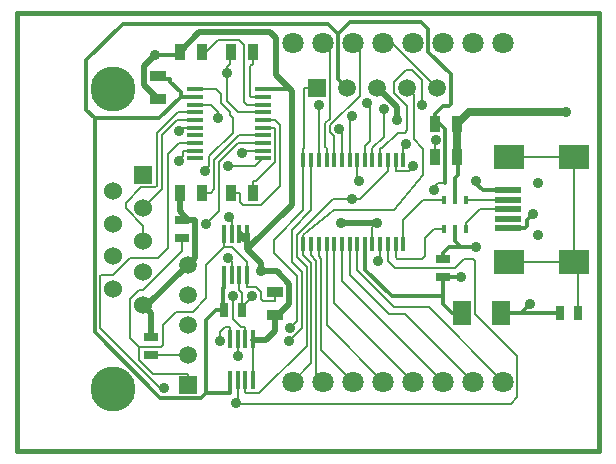
<source format=gbl>
G04 (created by PCBNEW-RS274X (2011-05-25)-stable) date Thu 14 Mar 2013 11:44:43 AM IST*
G01*
G70*
G90*
%MOIN*%
G04 Gerber Fmt 3.4, Leading zero omitted, Abs format*
%FSLAX34Y34*%
G04 APERTURE LIST*
%ADD10C,0.006000*%
%ADD11C,0.015000*%
%ADD12C,0.070900*%
%ADD13R,0.090600X0.019700*%
%ADD14R,0.098400X0.078700*%
%ADD15C,0.035400*%
%ADD16R,0.055100X0.013800*%
%ADD17R,0.017700X0.027600*%
%ADD18R,0.016000X0.050000*%
%ADD19R,0.011800X0.059100*%
%ADD20R,0.060000X0.080000*%
%ADD21R,0.035000X0.055000*%
%ADD22R,0.055000X0.035000*%
%ADD23R,0.045000X0.025000*%
%ADD24R,0.025000X0.045000*%
%ADD25R,0.059100X0.059100*%
%ADD26C,0.059100*%
%ADD27C,0.150000*%
%ADD28R,0.060000X0.060000*%
%ADD29C,0.060000*%
%ADD30C,0.035000*%
%ADD31C,0.012000*%
%ADD32C,0.008000*%
%ADD33C,0.020000*%
%ADD34C,0.011600*%
%ADD35C,0.025000*%
G04 APERTURE END LIST*
G54D10*
G54D11*
X62700Y-41300D02*
X43300Y-41300D01*
X62700Y-40900D02*
X62700Y-41300D01*
X62700Y-26700D02*
X62700Y-40900D01*
X43300Y-26700D02*
X62700Y-26700D01*
X43300Y-41300D02*
X43300Y-26700D01*
G54D12*
X52500Y-39000D03*
X53500Y-39000D03*
X54500Y-39000D03*
X55500Y-39000D03*
X56500Y-39000D03*
X57500Y-39000D03*
X58500Y-39000D03*
X59500Y-39000D03*
X59500Y-27710D03*
X58500Y-27710D03*
X57500Y-27710D03*
X56500Y-27710D03*
X55500Y-27710D03*
X54500Y-27710D03*
X53500Y-27710D03*
X52500Y-27710D03*
G54D13*
X59659Y-32620D03*
X59659Y-32935D03*
X59659Y-33250D03*
X59659Y-33565D03*
X59659Y-33880D03*
G54D14*
X59699Y-31498D03*
X59699Y-35002D03*
X61864Y-31498D03*
X61864Y-35002D03*
G54D15*
X60683Y-32384D03*
X60683Y-34116D03*
G54D16*
X51500Y-29250D03*
X51500Y-29506D03*
X51500Y-29762D03*
X51500Y-30018D03*
X51500Y-30274D03*
X51500Y-30530D03*
X51500Y-30785D03*
X51500Y-31041D03*
X51500Y-31297D03*
X51500Y-31553D03*
X49236Y-31553D03*
X49236Y-31297D03*
X49236Y-31041D03*
X49236Y-30785D03*
X49236Y-30530D03*
X49236Y-30274D03*
X49236Y-30018D03*
X49236Y-29762D03*
X49236Y-29506D03*
X49236Y-29250D03*
G54D17*
X57525Y-32960D03*
X57899Y-32960D03*
X58273Y-32960D03*
X58273Y-33905D03*
X57899Y-33905D03*
X57525Y-33905D03*
G54D18*
X52850Y-31600D03*
X53100Y-31600D03*
X53360Y-31600D03*
X53620Y-31600D03*
X53870Y-31600D03*
X54130Y-31600D03*
X54390Y-31600D03*
X54640Y-31600D03*
X54900Y-31600D03*
X55150Y-31600D03*
X55410Y-31600D03*
X55670Y-31600D03*
X55920Y-31600D03*
X56180Y-31600D03*
X56180Y-34400D03*
X55920Y-34400D03*
X55680Y-34400D03*
X55410Y-34400D03*
X55150Y-34400D03*
X54900Y-34400D03*
X54640Y-34400D03*
X54390Y-34400D03*
X54130Y-34400D03*
X53870Y-34400D03*
X53620Y-34400D03*
X53360Y-34400D03*
X53100Y-34400D03*
X52850Y-34400D03*
G54D19*
X50406Y-37591D03*
X50662Y-37591D03*
X50918Y-37591D03*
X51174Y-37591D03*
X51174Y-38930D03*
X50918Y-38930D03*
X50662Y-38930D03*
X50406Y-38930D03*
X50206Y-34091D03*
X50462Y-34091D03*
X50718Y-34091D03*
X50974Y-34091D03*
X50974Y-35430D03*
X50718Y-35430D03*
X50462Y-35430D03*
X50206Y-35430D03*
G54D20*
X59450Y-36700D03*
X58150Y-36700D03*
G54D21*
X51175Y-28000D03*
X50425Y-28000D03*
G54D22*
X51900Y-36025D03*
X51900Y-36775D03*
G54D21*
X57225Y-30400D03*
X57975Y-30400D03*
X57225Y-31500D03*
X57975Y-31500D03*
G54D22*
X48000Y-28825D03*
X48000Y-29575D03*
G54D21*
X49475Y-32700D03*
X48725Y-32700D03*
X49475Y-28000D03*
X48725Y-28000D03*
X50425Y-32700D03*
X51175Y-32700D03*
G54D23*
X57500Y-34900D03*
X57500Y-35500D03*
G54D24*
X50800Y-36600D03*
X50200Y-36600D03*
G54D23*
X48800Y-34200D03*
X48800Y-33600D03*
X47780Y-38120D03*
X47780Y-37520D03*
G54D24*
X62000Y-36700D03*
X61400Y-36700D03*
G54D25*
X53300Y-29200D03*
G54D26*
X54300Y-29200D03*
X55300Y-29200D03*
X56300Y-29200D03*
X57300Y-29200D03*
G54D25*
X49000Y-39100D03*
G54D26*
X49000Y-38100D03*
X49000Y-37100D03*
X49000Y-36100D03*
X49000Y-35100D03*
G54D27*
X46510Y-29250D03*
X46510Y-39250D03*
G54D28*
X47510Y-32100D03*
G54D29*
X47510Y-33200D03*
X47510Y-34300D03*
X47510Y-35350D03*
X47510Y-36450D03*
X46510Y-35900D03*
X46510Y-34800D03*
X46510Y-33750D03*
X46510Y-32650D03*
G54D30*
X54974Y-29699D03*
X55521Y-29904D03*
X56819Y-29775D03*
X53360Y-29763D03*
X54463Y-30154D03*
X54044Y-30563D03*
X50502Y-36155D03*
X50365Y-33527D03*
X50662Y-38146D03*
X50076Y-37641D03*
X52372Y-37641D03*
X52392Y-37199D03*
X50793Y-31367D03*
X49617Y-33750D03*
X51129Y-36135D03*
X49579Y-31966D03*
X50343Y-31818D03*
X56518Y-31818D03*
X54460Y-32902D03*
X48695Y-31632D03*
X48698Y-30637D03*
X50323Y-34873D03*
X55325Y-34981D03*
X50600Y-39700D03*
X48209Y-39213D03*
X54100Y-33700D03*
X55300Y-33700D03*
X60500Y-33400D03*
X61600Y-30000D03*
X60400Y-36400D03*
X54700Y-32300D03*
X50000Y-30200D03*
X47900Y-28100D03*
X55980Y-30282D03*
X51421Y-35324D03*
X50300Y-28700D03*
X56257Y-31085D03*
X57256Y-30950D03*
X58600Y-32300D03*
X58600Y-34500D03*
X57200Y-32600D03*
X58100Y-35500D03*
G54D31*
X58600Y-34500D02*
X58100Y-34500D01*
X58600Y-34500D02*
X58100Y-34500D01*
G54D32*
X54900Y-31600D02*
X54900Y-31150D01*
X55078Y-30972D02*
X55078Y-29803D01*
X54900Y-31150D02*
X55078Y-30972D01*
X55078Y-29803D02*
X54974Y-29699D01*
X57026Y-36526D02*
X59500Y-39000D01*
X55883Y-36526D02*
X57026Y-36526D01*
X54640Y-35283D02*
X55883Y-36526D01*
X54640Y-34400D02*
X54640Y-35283D01*
X55150Y-31227D02*
X55521Y-30856D01*
X55150Y-31600D02*
X55150Y-31227D01*
X55521Y-30856D02*
X55521Y-29904D01*
X56248Y-36748D02*
X58500Y-39000D01*
X55696Y-36748D02*
X56248Y-36748D01*
X54390Y-35442D02*
X55696Y-36748D01*
X54390Y-34400D02*
X54390Y-35442D01*
X56836Y-32115D02*
X56836Y-31242D01*
X55861Y-33290D02*
X56836Y-32115D01*
X53867Y-33290D02*
X55861Y-33290D01*
X52850Y-34107D02*
X53867Y-33290D01*
X53116Y-38384D02*
X53116Y-35040D01*
X52850Y-34400D02*
X52850Y-34107D01*
X56836Y-31242D02*
X56520Y-30926D01*
X52850Y-34774D02*
X52850Y-34400D01*
X53116Y-35040D02*
X52850Y-34774D01*
X52500Y-39000D02*
X53116Y-38384D01*
X56520Y-29420D02*
X56300Y-29200D01*
X56520Y-30926D02*
X56520Y-29420D01*
X55410Y-31227D02*
X55473Y-31227D01*
X55410Y-31600D02*
X55410Y-31227D01*
X56819Y-29775D02*
X56819Y-28955D01*
X56819Y-28955D02*
X56477Y-28613D01*
X56477Y-28613D02*
X56276Y-28613D01*
X56276Y-28613D02*
X55880Y-29009D01*
X55880Y-29009D02*
X55880Y-29385D01*
X55880Y-29385D02*
X56300Y-29805D01*
X56300Y-29805D02*
X56300Y-30621D01*
X56221Y-30700D02*
X56300Y-30621D01*
X56000Y-30700D02*
X56221Y-30700D01*
X55473Y-31227D02*
X56000Y-30700D01*
X54130Y-35630D02*
X57500Y-39000D01*
X54130Y-34400D02*
X54130Y-35630D01*
X53360Y-31600D02*
X53360Y-29763D01*
X53720Y-27930D02*
X53720Y-30235D01*
X53500Y-27710D02*
X53720Y-27930D01*
X53620Y-31600D02*
X53620Y-31227D01*
X53720Y-30235D02*
X53583Y-30372D01*
X53583Y-30372D02*
X53583Y-31190D01*
X53583Y-31190D02*
X53620Y-31227D01*
X53870Y-36370D02*
X56500Y-39000D01*
X53870Y-34400D02*
X53870Y-36370D01*
X53870Y-30810D02*
X53870Y-31600D01*
X53746Y-30686D02*
X53870Y-30810D01*
X53746Y-30440D02*
X53746Y-30686D01*
X54720Y-29466D02*
X53746Y-30440D01*
X54720Y-27930D02*
X54720Y-29466D01*
X54500Y-27710D02*
X54720Y-27930D01*
X53620Y-34400D02*
X53620Y-37120D01*
X53620Y-37120D02*
X55500Y-39000D01*
X54390Y-30227D02*
X54390Y-31600D01*
X54463Y-30154D02*
X54390Y-30227D01*
X53100Y-34400D02*
X53100Y-34773D01*
X53100Y-34793D02*
X53100Y-34773D01*
X53279Y-34972D02*
X53100Y-34793D01*
X53279Y-38779D02*
X53279Y-34972D01*
X53500Y-39000D02*
X53279Y-38779D01*
X54130Y-30649D02*
X54130Y-31600D01*
X54044Y-30563D02*
X54130Y-30649D01*
X55810Y-27710D02*
X55500Y-27710D01*
X57300Y-29200D02*
X55810Y-27710D01*
X53360Y-34822D02*
X53360Y-34400D01*
X53442Y-34904D02*
X53360Y-34822D01*
X53442Y-37942D02*
X53442Y-34904D01*
X54500Y-39000D02*
X53442Y-37942D01*
X50502Y-36900D02*
X50502Y-36155D01*
X50775Y-37173D02*
X50502Y-36900D01*
X50918Y-37173D02*
X50775Y-37173D01*
X50918Y-37591D02*
X50918Y-37173D01*
X47780Y-38120D02*
X48128Y-38120D01*
X50462Y-34091D02*
X50462Y-33624D01*
X48148Y-38100D02*
X48128Y-38120D01*
X49000Y-38100D02*
X48148Y-38100D01*
X50462Y-33624D02*
X50365Y-33527D01*
X50662Y-37591D02*
X50662Y-38146D01*
X51900Y-36323D02*
X51518Y-36323D01*
X47066Y-36255D02*
X47377Y-35944D01*
X50974Y-35012D02*
X50472Y-34510D01*
X52790Y-37223D02*
X52372Y-37641D01*
X47357Y-37830D02*
X47066Y-37539D01*
X47832Y-38737D02*
X49000Y-38737D01*
X48602Y-36666D02*
X48162Y-37106D01*
X48800Y-34660D02*
X48800Y-34200D01*
X51253Y-35837D02*
X51006Y-35837D01*
X51427Y-36232D02*
X51427Y-36011D01*
X51427Y-36011D02*
X51253Y-35837D01*
X50206Y-34510D02*
X49614Y-35102D01*
X47516Y-35944D02*
X48800Y-34660D01*
X47377Y-35944D02*
X47516Y-35944D01*
X49170Y-36666D02*
X48602Y-36666D01*
X49614Y-36222D02*
X49170Y-36666D01*
X49614Y-35102D02*
X49614Y-36222D01*
X47066Y-37539D02*
X47066Y-36255D01*
X48162Y-37106D02*
X48162Y-37767D01*
X48162Y-37767D02*
X48099Y-37830D01*
X48099Y-37830D02*
X47357Y-37830D01*
X51518Y-36323D02*
X51427Y-36232D01*
X50472Y-34510D02*
X50206Y-34510D01*
X47357Y-37830D02*
X47357Y-38262D01*
X47357Y-38262D02*
X47832Y-38737D01*
X50406Y-37173D02*
X50235Y-37173D01*
X50974Y-35430D02*
X50974Y-35849D01*
X50206Y-34269D02*
X50206Y-34510D01*
X53100Y-33293D02*
X52463Y-33930D01*
X50076Y-37332D02*
X50076Y-37641D01*
X51900Y-36025D02*
X51900Y-36323D01*
X52790Y-35338D02*
X52790Y-37223D01*
X50974Y-35320D02*
X50974Y-35430D01*
X50974Y-35320D02*
X50974Y-35012D01*
X50406Y-37591D02*
X50406Y-37173D01*
X50235Y-37173D02*
X50076Y-37332D01*
X50994Y-35849D02*
X50974Y-35849D01*
X53100Y-31600D02*
X53100Y-33293D01*
X49000Y-39100D02*
X49000Y-38737D01*
X52463Y-33930D02*
X52463Y-35011D01*
X52463Y-35011D02*
X52790Y-35338D01*
X51006Y-35837D02*
X50994Y-35849D01*
X50206Y-34269D02*
X50206Y-34091D01*
X53300Y-29200D02*
X52882Y-29200D01*
X52850Y-31600D02*
X52850Y-31227D01*
X51856Y-34721D02*
X51856Y-34262D01*
X52627Y-35492D02*
X51856Y-34721D01*
X52392Y-37199D02*
X52627Y-36964D01*
X52882Y-31195D02*
X52850Y-31227D01*
X52882Y-29200D02*
X52882Y-31195D01*
X52850Y-33268D02*
X52850Y-31600D01*
X51856Y-34262D02*
X52850Y-33268D01*
X52627Y-36964D02*
X52627Y-35492D01*
X50863Y-31297D02*
X50793Y-31367D01*
X51500Y-31297D02*
X50863Y-31297D01*
X50044Y-33323D02*
X49617Y-33750D01*
X50044Y-31679D02*
X50044Y-33323D01*
X50682Y-31041D02*
X50044Y-31679D01*
X51500Y-31041D02*
X50682Y-31041D01*
X48837Y-30274D02*
X48640Y-30274D01*
X48127Y-32583D02*
X47510Y-33200D01*
X49236Y-30274D02*
X48837Y-30274D01*
X48127Y-30787D02*
X48127Y-32583D01*
X48640Y-30274D02*
X48127Y-30787D01*
X47510Y-33801D02*
X47510Y-34300D01*
X49236Y-30018D02*
X48665Y-30018D01*
X48665Y-30018D02*
X47964Y-30719D01*
X47964Y-30719D02*
X47964Y-32472D01*
X47964Y-32472D02*
X47912Y-32524D01*
X47912Y-32524D02*
X47434Y-32524D01*
X47434Y-32524D02*
X46926Y-33032D01*
X46926Y-33032D02*
X46926Y-33217D01*
X46926Y-33217D02*
X47510Y-33801D01*
X50718Y-35949D02*
X50718Y-35430D01*
X50800Y-36513D02*
X51129Y-36184D01*
X50800Y-36031D02*
X50718Y-35949D01*
X50800Y-36485D02*
X50800Y-36513D01*
X50800Y-36600D02*
X50800Y-36513D01*
X50800Y-36485D02*
X50800Y-36252D01*
X49600Y-29250D02*
X49640Y-29250D01*
X49236Y-29250D02*
X49600Y-29250D01*
X50500Y-30200D02*
X50500Y-30700D01*
X50400Y-30100D02*
X50500Y-30200D01*
X50100Y-29400D02*
X50100Y-29700D01*
X50500Y-30700D02*
X49719Y-31481D01*
X49719Y-31826D02*
X49579Y-31966D01*
X49719Y-31481D02*
X49719Y-31826D01*
X49600Y-29250D02*
X49950Y-29250D01*
X50100Y-29700D02*
X50400Y-30000D01*
X50400Y-30000D02*
X50400Y-30100D01*
X51129Y-36184D02*
X51129Y-36135D01*
X50800Y-36252D02*
X50800Y-36031D01*
X49655Y-31890D02*
X49579Y-31966D01*
X49950Y-29250D02*
X50100Y-29400D01*
X51236Y-31817D02*
X50343Y-31817D01*
X51500Y-31553D02*
X51236Y-31817D01*
X55920Y-31973D02*
X56363Y-31973D01*
X56363Y-31973D02*
X56518Y-31818D01*
X55920Y-31600D02*
X55920Y-31973D01*
X50343Y-31817D02*
X50343Y-31818D01*
X54460Y-32902D02*
X54745Y-32902D01*
X55670Y-31977D02*
X55670Y-31600D01*
X48837Y-31490D02*
X48695Y-31632D01*
X50939Y-39370D02*
X51377Y-39370D01*
X52627Y-34098D02*
X53823Y-32902D01*
X50918Y-39349D02*
X50939Y-39370D01*
X54745Y-32902D02*
X55670Y-31977D01*
X53823Y-32902D02*
X54460Y-32902D01*
X51377Y-39370D02*
X52953Y-37794D01*
X52953Y-35174D02*
X52627Y-34848D01*
X48837Y-31297D02*
X48837Y-31490D01*
X50918Y-38930D02*
X50918Y-39349D01*
X49236Y-31297D02*
X48837Y-31297D01*
X52953Y-37794D02*
X52953Y-35174D01*
X52627Y-34848D02*
X52627Y-34098D01*
X48805Y-30530D02*
X49236Y-30530D01*
X55410Y-34896D02*
X55325Y-34981D01*
X50462Y-35430D02*
X50462Y-35012D01*
X50462Y-35012D02*
X50323Y-34873D01*
X55410Y-34400D02*
X55410Y-34896D01*
X48698Y-30637D02*
X48805Y-30530D01*
X56000Y-35200D02*
X56000Y-35176D01*
X55680Y-34980D02*
X55680Y-34773D01*
X58574Y-34974D02*
X58500Y-34900D01*
X57900Y-35200D02*
X56024Y-35200D01*
X58200Y-34900D02*
X57900Y-35200D01*
X47081Y-34888D02*
X48004Y-34888D01*
X48716Y-31041D02*
X49236Y-31041D01*
X50624Y-39700D02*
X50600Y-39700D01*
X58500Y-34900D02*
X58200Y-34900D01*
X55900Y-35200D02*
X55680Y-34980D01*
X50662Y-38930D02*
X50662Y-39738D01*
X56000Y-35200D02*
X55900Y-35200D01*
X58574Y-35700D02*
X58574Y-34974D01*
X56024Y-35200D02*
X56000Y-35200D01*
X48004Y-34888D02*
X48349Y-34543D01*
X46086Y-37223D02*
X46086Y-35480D01*
X48349Y-34543D02*
X48349Y-31408D01*
X48349Y-31408D02*
X48716Y-31041D01*
X59756Y-39738D02*
X50662Y-39738D01*
X58574Y-35700D02*
X58574Y-36729D01*
X46086Y-35480D02*
X46108Y-35458D01*
X55680Y-34773D02*
X55680Y-34856D01*
X48076Y-39213D02*
X46086Y-37223D01*
X55680Y-34400D02*
X55680Y-34773D01*
X48209Y-39213D02*
X48076Y-39213D01*
X46511Y-35458D02*
X47081Y-34888D01*
X50662Y-39738D02*
X50624Y-39700D01*
X46108Y-35458D02*
X46511Y-35458D01*
X58574Y-35487D02*
X58574Y-35700D01*
X58574Y-36729D02*
X59982Y-38137D01*
X59982Y-38137D02*
X59982Y-39512D01*
X59982Y-39512D02*
X59756Y-39738D01*
G54D31*
X51500Y-29250D02*
X52399Y-29250D01*
X52399Y-29250D02*
X52456Y-29307D01*
G54D33*
X55300Y-33700D02*
X54100Y-33700D01*
X47521Y-28479D02*
X47521Y-29096D01*
X50974Y-34091D02*
X50974Y-34277D01*
G54D32*
X55150Y-33850D02*
X55300Y-33700D01*
G54D33*
X51600Y-37600D02*
X51300Y-37600D01*
X51941Y-27550D02*
X51740Y-27349D01*
X51941Y-28792D02*
X51941Y-27550D01*
X51900Y-36775D02*
X51900Y-36893D01*
G54D32*
X54700Y-32300D02*
X54640Y-32240D01*
G54D33*
X47580Y-36520D02*
X49000Y-35100D01*
X47521Y-29096D02*
X48000Y-29575D01*
X50974Y-34277D02*
X50904Y-34277D01*
X49376Y-27349D02*
X48725Y-28000D01*
X51740Y-27349D02*
X49376Y-27349D01*
X52456Y-29307D02*
X51941Y-28792D01*
X51421Y-35324D02*
X51421Y-35037D01*
X51421Y-35037D02*
X50974Y-34590D01*
X49014Y-33600D02*
X49228Y-33600D01*
X48800Y-33600D02*
X49014Y-33600D01*
X50760Y-34133D02*
X50760Y-34091D01*
G54D32*
X55150Y-34400D02*
X55150Y-33850D01*
G54D34*
X50808Y-34181D02*
X50760Y-34133D01*
X50760Y-34091D02*
X50718Y-34091D01*
G54D31*
X58000Y-32100D02*
X58000Y-31525D01*
X58000Y-31525D02*
X57975Y-31500D01*
G54D33*
X50974Y-34590D02*
X52456Y-33108D01*
X52456Y-33108D02*
X52456Y-29307D01*
G54D34*
X51183Y-37600D02*
X51174Y-37591D01*
G54D33*
X55352Y-29200D02*
X55980Y-29828D01*
X47900Y-28100D02*
X47521Y-28479D01*
G54D31*
X60100Y-36700D02*
X60400Y-36400D01*
G54D32*
X54640Y-32240D02*
X54640Y-31600D01*
G54D33*
X47580Y-36520D02*
X47780Y-36720D01*
X51900Y-36893D02*
X51900Y-37300D01*
G54D35*
X57975Y-30400D02*
X58375Y-30000D01*
G54D33*
X49014Y-33600D02*
X48725Y-33311D01*
X52383Y-35740D02*
X51967Y-35324D01*
X51900Y-36893D02*
X52383Y-36410D01*
X52383Y-36410D02*
X52383Y-35740D01*
X51967Y-35324D02*
X51421Y-35324D01*
G54D31*
X60500Y-33400D02*
X60300Y-33600D01*
X60300Y-33600D02*
X60300Y-33800D01*
G54D35*
X58375Y-30000D02*
X61600Y-30000D01*
G54D31*
X60220Y-33880D02*
X59659Y-33880D01*
G54D33*
X51900Y-37300D02*
X51600Y-37600D01*
G54D32*
X50000Y-30000D02*
X50000Y-30200D01*
G54D31*
X59450Y-36700D02*
X60100Y-36700D01*
G54D32*
X49762Y-29762D02*
X50000Y-30000D01*
G54D31*
X60300Y-33800D02*
X60220Y-33880D01*
X61400Y-36700D02*
X60100Y-36700D01*
X57899Y-32960D02*
X57899Y-32201D01*
G54D33*
X47510Y-36450D02*
X47580Y-36520D01*
X55980Y-29828D02*
X55980Y-30282D01*
X49000Y-35100D02*
X49228Y-34872D01*
G54D32*
X49236Y-29762D02*
X49762Y-29762D01*
G54D33*
X50974Y-34277D02*
X50974Y-34590D01*
X55300Y-29200D02*
X55352Y-29200D01*
X48725Y-33311D02*
X48725Y-32700D01*
G54D31*
X48725Y-28000D02*
X48625Y-28100D01*
G54D33*
X50904Y-34277D02*
X50808Y-34181D01*
X51300Y-37600D02*
X51183Y-37600D01*
G54D32*
X51174Y-38930D02*
X51174Y-37591D01*
G54D35*
X57975Y-31500D02*
X57975Y-30400D01*
G54D31*
X48625Y-28100D02*
X47900Y-28100D01*
X57899Y-32201D02*
X58000Y-32100D01*
X60100Y-36700D02*
X59450Y-36700D01*
G54D33*
X49228Y-34872D02*
X49228Y-33600D01*
X47780Y-36720D02*
X47780Y-37520D01*
G54D32*
X50300Y-28700D02*
X50300Y-28500D01*
X51500Y-30018D02*
X50672Y-30018D01*
X50672Y-30018D02*
X50300Y-29646D01*
X50300Y-29646D02*
X50300Y-28700D01*
X50300Y-28500D02*
X50400Y-28400D01*
X50400Y-28400D02*
X50400Y-28025D01*
X50400Y-28025D02*
X50425Y-28000D01*
X49800Y-27800D02*
X49999Y-27601D01*
X50000Y-27600D02*
X50000Y-27601D01*
X49999Y-27601D02*
X50000Y-27600D01*
X49475Y-28000D02*
X49600Y-28000D01*
X49600Y-28000D02*
X49800Y-27800D01*
X50000Y-27601D02*
X50702Y-27601D01*
X50959Y-29762D02*
X51500Y-29762D01*
X50874Y-29677D02*
X50959Y-29762D01*
X50702Y-27601D02*
X50874Y-27773D01*
X50874Y-27773D02*
X50874Y-29677D01*
X51175Y-28000D02*
X51175Y-28398D01*
X51175Y-28398D02*
X51081Y-28492D01*
X51500Y-29506D02*
X51101Y-29506D01*
X51081Y-29486D02*
X51101Y-29506D01*
X51081Y-28492D02*
X51081Y-29486D01*
X51500Y-30274D02*
X51898Y-30274D01*
X50425Y-32700D02*
X50723Y-32700D01*
X52061Y-30437D02*
X51898Y-30274D01*
X52061Y-32490D02*
X52061Y-30437D01*
X51451Y-33100D02*
X52061Y-32490D01*
X50825Y-33100D02*
X51451Y-33100D01*
X50723Y-32998D02*
X50825Y-33100D01*
X50723Y-32700D02*
X50723Y-32998D01*
X49475Y-32700D02*
X49773Y-32700D01*
X49773Y-32700D02*
X49881Y-32592D01*
X49881Y-32592D02*
X49881Y-31611D01*
X50707Y-30785D02*
X51500Y-30785D01*
X49881Y-31611D02*
X50707Y-30785D01*
X51898Y-31673D02*
X51898Y-30530D01*
X51269Y-32302D02*
X51898Y-31673D01*
X51175Y-32302D02*
X51269Y-32302D01*
X51175Y-32700D02*
X51175Y-32302D01*
X51500Y-30530D02*
X51898Y-30530D01*
X57256Y-31071D02*
X57256Y-30950D01*
X57225Y-31102D02*
X57256Y-31071D01*
X56180Y-31162D02*
X56180Y-31600D01*
X56257Y-31085D02*
X56180Y-31162D01*
X57225Y-31500D02*
X57225Y-31102D01*
X61864Y-35002D02*
X59699Y-35002D01*
X61864Y-31498D02*
X59699Y-31498D01*
X61864Y-35002D02*
X61864Y-31498D01*
X62000Y-35138D02*
X61864Y-35002D01*
X62000Y-36700D02*
X62000Y-35138D01*
X58298Y-32935D02*
X58273Y-32960D01*
X59659Y-32935D02*
X58298Y-32935D01*
X56900Y-34200D02*
X56900Y-34800D01*
X56900Y-34800D02*
X56800Y-34900D01*
X55976Y-34900D02*
X55920Y-34844D01*
X55920Y-34844D02*
X55920Y-34400D01*
X57525Y-33905D02*
X57195Y-33905D01*
X57195Y-33905D02*
X56900Y-34200D01*
X56800Y-34900D02*
X55976Y-34900D01*
G54D31*
X59659Y-32620D02*
X58820Y-32620D01*
X58600Y-32400D02*
X58600Y-32300D01*
G54D32*
X58600Y-34500D02*
X58100Y-34500D01*
G54D31*
X58820Y-32620D02*
X58600Y-32400D01*
G54D32*
X58100Y-34500D02*
X57899Y-34299D01*
G54D31*
X57899Y-34299D02*
X57899Y-33905D01*
X58100Y-34500D02*
X57700Y-34500D01*
G54D32*
X57500Y-34700D02*
X57700Y-34500D01*
G54D31*
X58100Y-34500D02*
X57899Y-34299D01*
X57700Y-34500D02*
X57500Y-34700D01*
G54D32*
X57500Y-34900D02*
X57500Y-34700D01*
G54D31*
X57500Y-34700D02*
X57500Y-34900D01*
G54D32*
X57899Y-34299D02*
X57899Y-33905D01*
X58273Y-33727D02*
X58273Y-33905D01*
X58750Y-33250D02*
X58273Y-33727D01*
X59659Y-33250D02*
X58750Y-33250D01*
X56840Y-32960D02*
X57525Y-32960D01*
X56180Y-33620D02*
X56840Y-32960D01*
X56180Y-34400D02*
X56180Y-33620D01*
X57574Y-32372D02*
X57328Y-32372D01*
X57328Y-32372D02*
X57100Y-32600D01*
X57100Y-32600D02*
X57200Y-32600D01*
G54D31*
X49027Y-29506D02*
X48817Y-29506D01*
X57574Y-32372D02*
X57574Y-30586D01*
X50184Y-35891D02*
X50184Y-36584D01*
X58100Y-35500D02*
X57500Y-35500D01*
X49599Y-39369D02*
X49599Y-36933D01*
X54001Y-27417D02*
X53669Y-27085D01*
X48760Y-29360D02*
X48400Y-29000D01*
X48760Y-29506D02*
X48760Y-29360D01*
X49599Y-36933D02*
X49932Y-36600D01*
X45616Y-28293D02*
X45616Y-29937D01*
X58150Y-36700D02*
X57800Y-36700D01*
X57225Y-30075D02*
X57500Y-29800D01*
X57500Y-29800D02*
X57700Y-29800D01*
X49599Y-39369D02*
X50406Y-39369D01*
X50200Y-36600D02*
X49932Y-36600D01*
X48052Y-30214D02*
X48760Y-29506D01*
X45893Y-30214D02*
X48052Y-30214D01*
X45616Y-29937D02*
X45893Y-30214D01*
X50184Y-36584D02*
X50200Y-36600D01*
X48760Y-29506D02*
X48817Y-29506D01*
X50206Y-35869D02*
X50184Y-35891D01*
X57225Y-30237D02*
X57574Y-30586D01*
X46824Y-27085D02*
X45616Y-28293D01*
X53669Y-27085D02*
X46824Y-27085D01*
X49429Y-39539D02*
X49599Y-39369D01*
X48085Y-39539D02*
X49429Y-39539D01*
X45893Y-37347D02*
X48085Y-39539D01*
X57754Y-29746D02*
X57754Y-28756D01*
X48075Y-28900D02*
X48400Y-28900D01*
X57500Y-36157D02*
X55795Y-36157D01*
X48000Y-28825D02*
X48075Y-28900D01*
X57800Y-36700D02*
X57500Y-36400D01*
G54D32*
X57500Y-36400D02*
X57500Y-36157D01*
X57500Y-36157D02*
X57500Y-35500D01*
G54D31*
X57500Y-36400D02*
X57500Y-36157D01*
X57500Y-36157D02*
X57500Y-35500D01*
X54900Y-35262D02*
X54900Y-34400D01*
X55795Y-36157D02*
X54900Y-35262D01*
X48400Y-28900D02*
X48400Y-29000D01*
G54D32*
X57800Y-36700D02*
X57500Y-36400D01*
G54D31*
X45893Y-30214D02*
X45893Y-37347D01*
X57754Y-28756D02*
X57001Y-28003D01*
X57001Y-28003D02*
X57001Y-27240D01*
X50206Y-35430D02*
X50206Y-35869D01*
X57225Y-30400D02*
X57225Y-30237D01*
X57700Y-29800D02*
X57754Y-29746D01*
X54001Y-28901D02*
X54300Y-29200D01*
X57225Y-30237D02*
X57225Y-30075D01*
X49027Y-29506D02*
X49236Y-29506D01*
X50406Y-38930D02*
X50406Y-39369D01*
X54001Y-27417D02*
X54001Y-28901D01*
X54394Y-27024D02*
X54001Y-27417D01*
X56785Y-27024D02*
X54394Y-27024D01*
X57001Y-27240D02*
X56785Y-27024D01*
M02*

</source>
